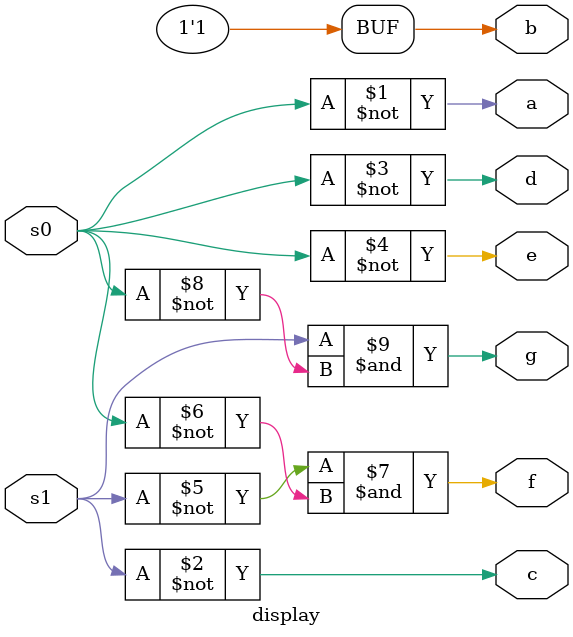
<source format=v>
module display (s1, s0, a, b, c, d, e, f, g);
	input s1, s0;
	output a, b, c, d, e, f, g;

	assign a = ~s0;
	assign b = 1;
	assign c = ~s1;
	assign d = ~s0;
	assign e = ~s0;
	assign f = ~s1 & ~s0;
	assign g = s1 & ~s0;

endmodule

</source>
